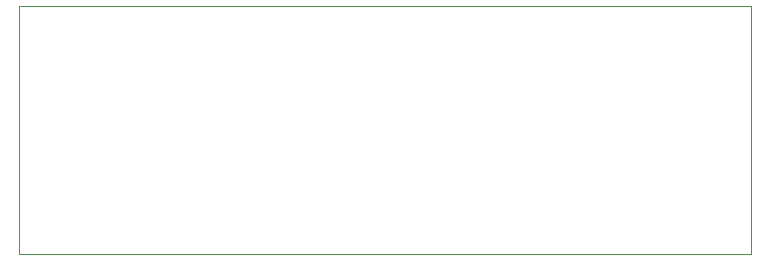
<source format=gm1>
G04 #@! TF.GenerationSoftware,KiCad,Pcbnew,(6.0.6)*
G04 #@! TF.CreationDate,2023-04-07T17:07:22+02:00*
G04 #@! TF.ProjectId,LampeSolairePetite,4c616d70-6553-46f6-9c61-697265506574,R00*
G04 #@! TF.SameCoordinates,Original*
G04 #@! TF.FileFunction,Profile,NP*
%FSLAX46Y46*%
G04 Gerber Fmt 4.6, Leading zero omitted, Abs format (unit mm)*
G04 Created by KiCad (PCBNEW (6.0.6)) date 2023-04-07 17:07:22*
%MOMM*%
%LPD*%
G01*
G04 APERTURE LIST*
G04 #@! TA.AperFunction,Profile*
%ADD10C,0.050000*%
G04 #@! TD*
G04 APERTURE END LIST*
D10*
X90000000Y-72000000D02*
X152000000Y-72000000D01*
X152000000Y-72000000D02*
X152000000Y-93000000D01*
X152000000Y-93000000D02*
X90000000Y-93000000D01*
X90000000Y-93000000D02*
X90000000Y-72000000D01*
M02*

</source>
